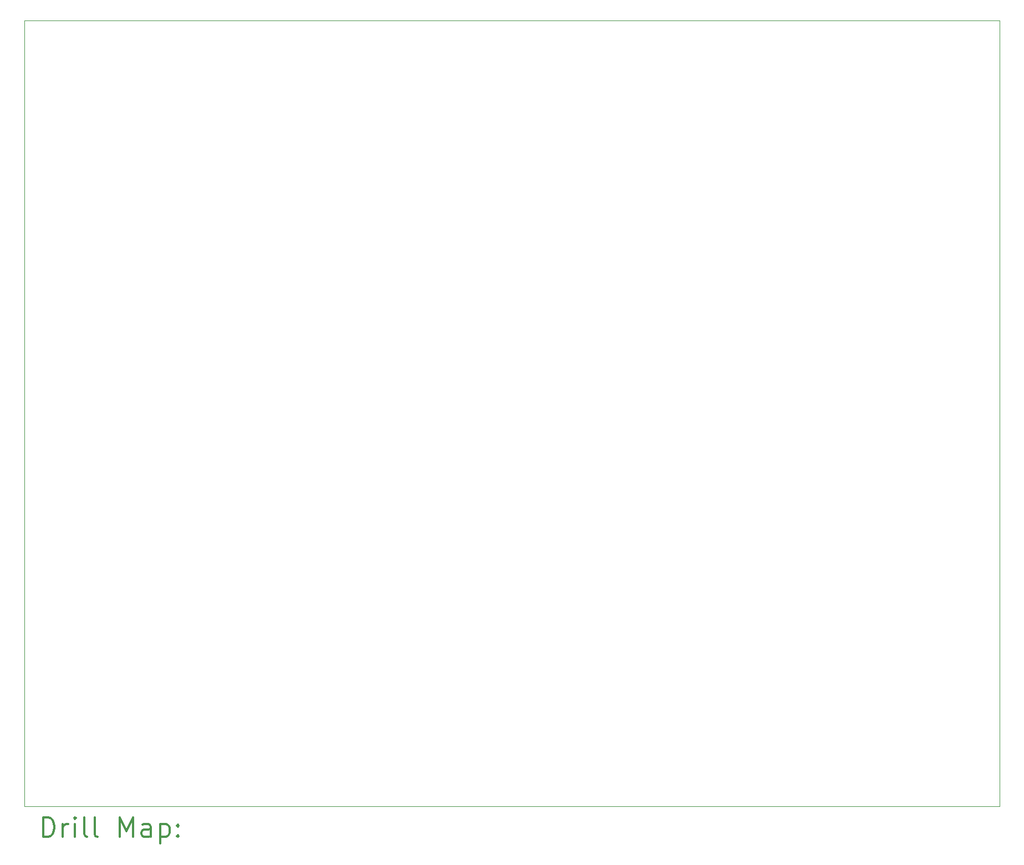
<source format=gbr>
%FSLAX45Y45*%
G04 Gerber Fmt 4.5, Leading zero omitted, Abs format (unit mm)*
G04 Created by KiCad (PCBNEW 5.1.6-c6e7f7d~86~ubuntu18.04.1) date 2020-05-28 18:16:53*
%MOMM*%
%LPD*%
G01*
G04 APERTURE LIST*
%TA.AperFunction,Profile*%
%ADD10C,0.050000*%
%TD*%
%ADD11C,0.200000*%
%ADD12C,0.300000*%
G04 APERTURE END LIST*
D10*
X3754000Y-2792000D02*
X3754000Y-14805000D01*
X18646000Y-2792000D02*
X3754000Y-2792000D01*
X18646000Y-14805000D02*
X18646000Y-2792000D01*
X3754000Y-14805000D02*
X18646000Y-14805000D01*
D11*
D12*
X4037928Y-15273214D02*
X4037928Y-14973214D01*
X4109357Y-14973214D01*
X4152214Y-14987500D01*
X4180786Y-15016071D01*
X4195071Y-15044643D01*
X4209357Y-15101786D01*
X4209357Y-15144643D01*
X4195071Y-15201786D01*
X4180786Y-15230357D01*
X4152214Y-15258929D01*
X4109357Y-15273214D01*
X4037928Y-15273214D01*
X4337928Y-15273214D02*
X4337928Y-15073214D01*
X4337928Y-15130357D02*
X4352214Y-15101786D01*
X4366500Y-15087500D01*
X4395071Y-15073214D01*
X4423643Y-15073214D01*
X4523643Y-15273214D02*
X4523643Y-15073214D01*
X4523643Y-14973214D02*
X4509357Y-14987500D01*
X4523643Y-15001786D01*
X4537928Y-14987500D01*
X4523643Y-14973214D01*
X4523643Y-15001786D01*
X4709357Y-15273214D02*
X4680786Y-15258929D01*
X4666500Y-15230357D01*
X4666500Y-14973214D01*
X4866500Y-15273214D02*
X4837928Y-15258929D01*
X4823643Y-15230357D01*
X4823643Y-14973214D01*
X5209357Y-15273214D02*
X5209357Y-14973214D01*
X5309357Y-15187500D01*
X5409357Y-14973214D01*
X5409357Y-15273214D01*
X5680786Y-15273214D02*
X5680786Y-15116071D01*
X5666500Y-15087500D01*
X5637928Y-15073214D01*
X5580786Y-15073214D01*
X5552214Y-15087500D01*
X5680786Y-15258929D02*
X5652214Y-15273214D01*
X5580786Y-15273214D01*
X5552214Y-15258929D01*
X5537928Y-15230357D01*
X5537928Y-15201786D01*
X5552214Y-15173214D01*
X5580786Y-15158929D01*
X5652214Y-15158929D01*
X5680786Y-15144643D01*
X5823643Y-15073214D02*
X5823643Y-15373214D01*
X5823643Y-15087500D02*
X5852214Y-15073214D01*
X5909357Y-15073214D01*
X5937928Y-15087500D01*
X5952214Y-15101786D01*
X5966500Y-15130357D01*
X5966500Y-15216071D01*
X5952214Y-15244643D01*
X5937928Y-15258929D01*
X5909357Y-15273214D01*
X5852214Y-15273214D01*
X5823643Y-15258929D01*
X6095071Y-15244643D02*
X6109357Y-15258929D01*
X6095071Y-15273214D01*
X6080786Y-15258929D01*
X6095071Y-15244643D01*
X6095071Y-15273214D01*
X6095071Y-15087500D02*
X6109357Y-15101786D01*
X6095071Y-15116071D01*
X6080786Y-15101786D01*
X6095071Y-15087500D01*
X6095071Y-15116071D01*
M02*

</source>
